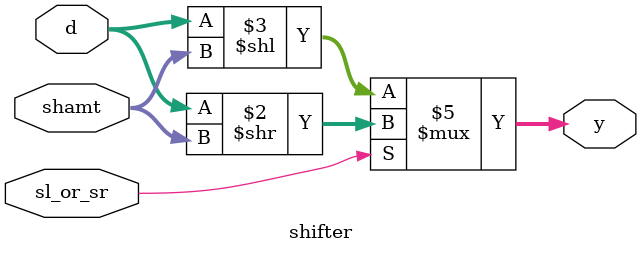
<source format=v>
`timescale 1ns / 1ps


module shifter # (parameter WIDTH = 32) (
        input   wire [4:0]       shamt,
        input   wire             sl_or_sr,
        input   wire [WIDTH-1:0] d,
        output  reg  [WIDTH-1:0] y
    );
    
    always @ (shamt, sl_or_sr, d) begin
        if  (sl_or_sr)  y = d >> shamt;
        else            y = d << shamt;
    end

endmodule

</source>
